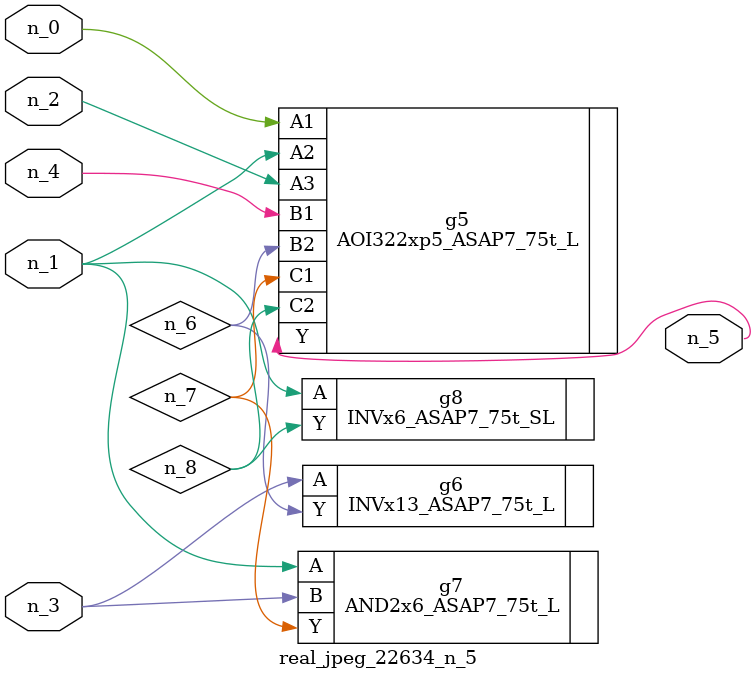
<source format=v>
module real_jpeg_22634_n_5 (n_4, n_0, n_1, n_2, n_3, n_5);

input n_4;
input n_0;
input n_1;
input n_2;
input n_3;

output n_5;

wire n_8;
wire n_6;
wire n_7;

AOI322xp5_ASAP7_75t_L g5 ( 
.A1(n_0),
.A2(n_1),
.A3(n_2),
.B1(n_4),
.B2(n_6),
.C1(n_7),
.C2(n_8),
.Y(n_5)
);

AND2x6_ASAP7_75t_L g7 ( 
.A(n_1),
.B(n_3),
.Y(n_7)
);

INVx6_ASAP7_75t_SL g8 ( 
.A(n_1),
.Y(n_8)
);

INVx13_ASAP7_75t_L g6 ( 
.A(n_3),
.Y(n_6)
);


endmodule
</source>
